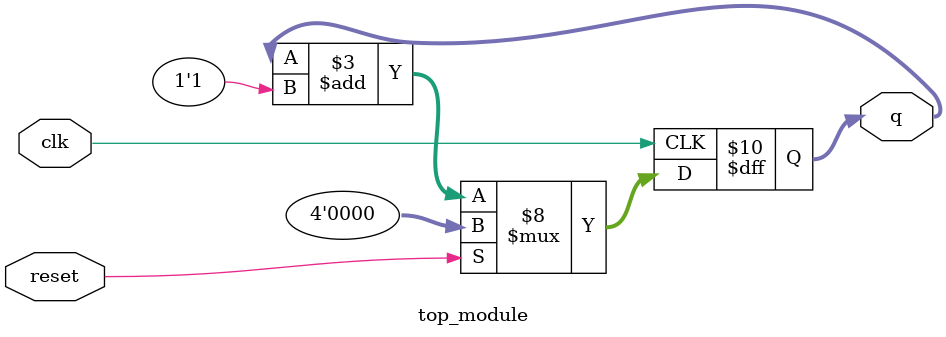
<source format=v>
module top_module (
    input clk,
    input reset,      // Synchronous active-high reset
    output [3:0] q);
    always@(posedge clk)
        if(reset)
            q <= 0;
    	else begin
            if(q == 8'h16) q <= 0;
    		else q <= q + 1'b1;	
        end
endmodule

</source>
